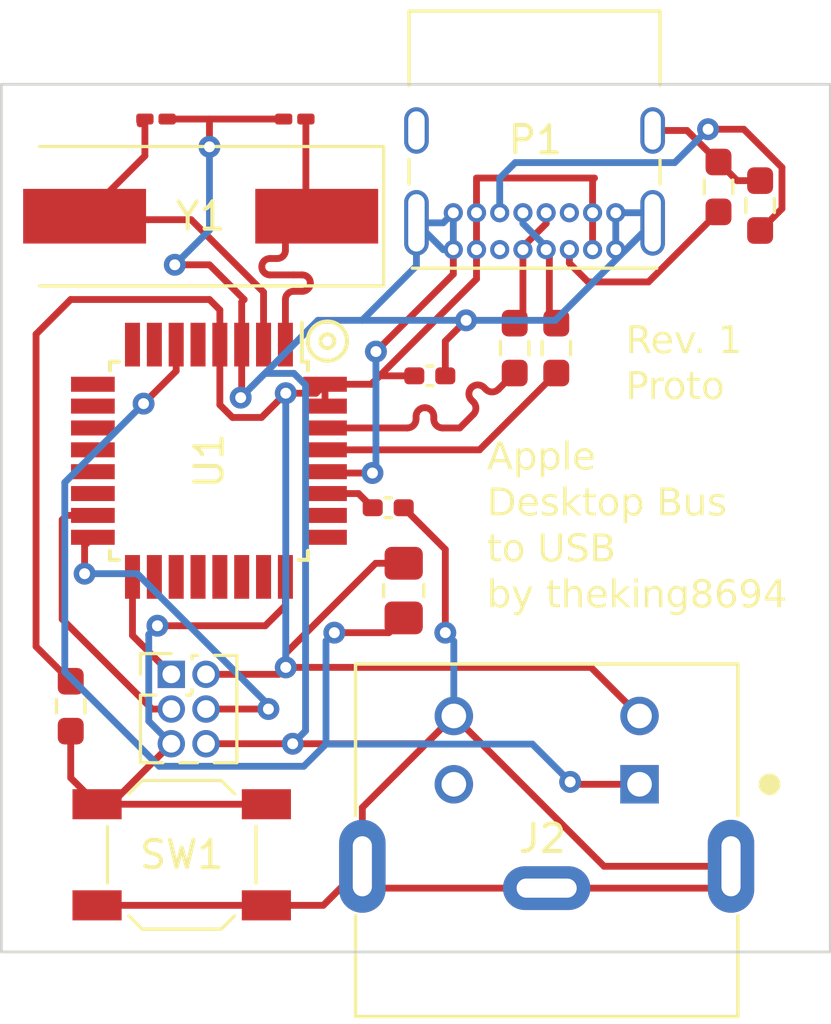
<source format=kicad_pcb>
(kicad_pcb (version 20221018) (generator pcbnew)
  (layers (0 "F.Cu" signal) (31 "B.Cu" signal) (34 "B.Paste" user) (35 "F.Paste" user) (36 "B.SilkS" user "B.Silkscreen") (37 "F.SilkS" user "F.Silkscreen") (38 "B.Mask" user) (39 "F.Mask" user) (44 "Edge.Cuts" user))
  (net 0 "")
  (net 1 "Net-(J1-MISO)")
  (net 2 "+5V")
  (net 3 "Net-(J1-SCK)")
  (net 4 "Net-(J1-MOSI)")
  (net 5 "Net-(J1-~{RST})")
  (net 6 "GND")
  (net 7 "Net-(U1-PD0)")
  (net 9 "Net-(P1-CC1)")
  (net 10 "Net-(P1-D+-PadA6)")
  (net 11 "Net-(P1-D--PadA7)")
  (net 13 "Net-(P1-CC2)")
  (net 15 "Net-(U1-XTAL1)")
  (net 16 "Net-(U1-PC0{slash}XTAL2)")
  (net 34 "Net-(U1-UCAP)")
  (net 35 "Net-(U1-D+)")
  (net 36 "Net-(U1-D-)")
  (footprint "Crystal:Crystal_SMD_HC49-SD" (layer "F.Cu") (at 47.938 37.592 180)
    (fp_text reference "Y1" (at 0 0 180) (layer "F.SilkS"))
    (fp_text value "Crystal")
    (fp_line (start -6.7 -2.55) (end -6.7 2.55) (stroke (width 0.12)) (layer "F.SilkS"))
    (fp_line (start -6.7 2.55) (end 5.9 2.55) (stroke (width 0.12)) (layer "F.SilkS"))
    (fp_line (start 5.9 -2.55) (end -6.7 -2.55) (stroke (width 0.12)) (layer "F.SilkS"))
    (pad "1" smd rect (at -4.25 0 180) (size 4.5 2) (layers "F.Cu" "F.Paste" "F.Mask") (net 15 "Net-(U1-XTAL1)"))
    (pad "2" smd rect (at 4.25 0 180) (size 4.5 2) (layers "F.Cu" "F.Paste" "F.Mask") (net 16 "Net-(U1-PC0{slash}XTAL2)"))
  )
  (footprint "Resistor_SMD:R_0603_1608Metric_Pad0.98x0.95mm_HandSolder" (layer "F.Cu") (at 68.424 37.203 90)
    (fp_text reference "R2" hide)
    (fp_text value "5.1k")
    (fp_line (start -0.254724 -0.5225) (end 0.254724 -0.5225) (stroke (width 0.12)) (layer "F.SilkS"))
    (fp_line (start -0.254724 0.5225) (end 0.254724 0.5225) (stroke (width 0.12)) (layer "F.SilkS"))
    (pad "1" smd roundrect (at -0.9125 0 90) (size 0.975 0.95) (layers "F.Cu" "F.Paste" "F.Mask") (net 13 "Net-(P1-CC2)"))
    (pad "2" smd roundrect (at 0.9125 0 90) (size 0.975 0.95) (layers "F.Cu" "F.Paste" "F.Mask") (net 6 "GND"))
  )
  (footprint "Capacitor_SMD:C_0402_1005Metric_Pad0.74x0.62mm_HandSolder" (layer "F.Cu") (at 54.8045 48.26 180)
    (fp_text reference "C3" hide)
    (fp_text value "1uF")
    (fp_line (start -0.115835 -0.36) (end 0.115835 -0.36) (stroke (width 0.12)) (layer "F.SilkS"))
    (fp_line (start -0.115835 0.36) (end 0.115835 0.36) (stroke (width 0.12)) (layer "F.SilkS"))
    (pad "1" smd roundrect (at -0.5675 0 180) (size 0.735 0.62) (layers "F.Cu" "F.Paste" "F.Mask") (net 6 "GND"))
    (pad "2" smd roundrect (at 0.5675 0 180) (size 0.735 0.62) (layers "F.Cu" "F.Paste" "F.Mask") (net 34 "Net-(U1-UCAP)"))
  )
  (footprint "Connector_PinHeader_1.27mm:PinHeader_2x03_P1.27mm_Vertical" (layer "F.Cu") (at 46.863 54.356)
    (fp_text reference "J1" hide)
    (fp_text value "ISP")
    (fp_line (start -1.13 -0.76) (end 0 -0.76) (stroke (width 0.12)) (layer "F.SilkS"))
    (fp_line (start -1.13 0) (end -1.13 -0.76) (stroke (width 0.12)) (layer "F.SilkS"))
    (fp_line (start -1.13 0.76) (end -1.13 3.235) (stroke (width 0.12)) (layer "F.SilkS"))
    (fp_line (start -1.13 0.76) (end -0.563471 0.76) (stroke (width 0.12)) (layer "F.SilkS"))
    (fp_line (start -1.13 3.235) (end -0.30753 3.235) (stroke (width 0.12)) (layer "F.SilkS"))
    (fp_line (start 0.30753 3.235) (end 0.96247 3.235) (stroke (width 0.12)) (layer "F.SilkS"))
    (fp_line (start 0.563471 0.76) (end 0.706529 0.76) (stroke (width 0.12)) (layer "F.SilkS"))
    (fp_line (start 0.76 -0.695) (end 0.96247 -0.695) (stroke (width 0.12)) (layer "F.SilkS"))
    (fp_line (start 0.76 -0.563471) (end 0.76 -0.695) (stroke (width 0.12)) (layer "F.SilkS"))
    (fp_line (start 0.76 0.706529) (end 0.76 0.563471) (stroke (width 0.12)) (layer "F.SilkS"))
    (fp_line (start 1.57753 -0.695) (end 2.4 -0.695) (stroke (width 0.12)) (layer "F.SilkS"))
    (fp_line (start 1.57753 3.235) (end 2.4 3.235) (stroke (width 0.12)) (layer "F.SilkS"))
    (fp_line (start 2.4 -0.695) (end 2.4 3.235) (stroke (width 0.12)) (layer "F.SilkS"))
    (pad "1" thru_hole rect (at 0 0) (size 1 1) (drill 0.65) (layers "*.Cu" "*.Mask") (net 1 "Net-(J1-MISO)"))
    (pad "2" thru_hole oval (at 1.27 0) (size 1 1) (drill 0.65) (layers "*.Cu" "*.Mask") (net 2 "+5V"))
    (pad "3" thru_hole oval (at 0 1.27) (size 1 1) (drill 0.65) (layers "*.Cu" "*.Mask") (net 3 "Net-(J1-SCK)"))
    (pad "4" thru_hole oval (at 1.27 1.27) (size 1 1) (drill 0.65) (layers "*.Cu" "*.Mask") (net 4 "Net-(J1-MOSI)"))
    (pad "5" thru_hole oval (at 0 2.54) (size 1 1) (drill 0.65) (layers "*.Cu" "*.Mask") (net 5 "Net-(J1-~{RST})"))
    (pad "6" thru_hole oval (at 1.27 2.54) (size 1 1) (drill 0.65) (layers "*.Cu" "*.Mask") (net 6 "GND"))
  )
  (footprint "Resistor_SMD:R_0603_1608Metric_Pad0.98x0.95mm_HandSolder" (layer "F.Cu") (at 59.436 42.418 -90)
    (fp_text reference "R_D-1" hide)
    (fp_text value "22")
    (fp_line (start -0.254724 -0.5225) (end 0.254724 -0.5225) (stroke (width 0.12)) (layer "F.SilkS"))
    (fp_line (start -0.254724 0.5225) (end 0.254724 0.5225) (stroke (width 0.12)) (layer "F.SilkS"))
    (pad "1" smd roundrect (at -0.9125 0 270) (size 0.975 0.95) (layers "F.Cu" "F.Paste" "F.Mask") (net 11 "Net-(P1-D--PadA7)"))
    (pad "2" smd roundrect (at 0.9125 0 270) (size 0.975 0.95) (layers "F.Cu" "F.Paste" "F.Mask") (net 36 "Net-(U1-D-)"))
  )
  (footprint "Resistor_SMD:R_0603_1608Metric_Pad0.98x0.95mm_HandSolder" (layer "F.Cu") (at 66.9 36.521 90)
    (fp_text reference "R1" hide)
    (fp_text value "5.1k" hide)
    (fp_line (start -0.254724 -0.5225) (end 0.254724 -0.5225) (stroke (width 0.12)) (layer "F.SilkS"))
    (fp_line (start -0.254724 0.5225) (end 0.254724 0.5225) (stroke (width 0.12)) (layer "F.SilkS"))
    (pad "1" smd roundrect (at -0.9125 0 90) (size 0.975 0.95) (layers "F.Cu" "F.Paste" "F.Mask") (net 9 "Net-(P1-CC1)"))
    (pad "2" smd roundrect (at 0.9125 0 90) (size 0.975 0.95) (layers "F.Cu" "F.Paste" "F.Mask") (net 6 "GND"))
  )
  (footprint "Button_Switch_SMD:SW_SPST_SKQG_WithStem" (layer "F.Cu") (at 47.244 60.96 180)
    (fp_text reference "SW1" (at 0 0 180) (layer "F.SilkS"))
    (fp_text value "RESET")
    (fp_line (start -2.72 1.04) (end -2.72 -1.04) (stroke (width 0.12)) (layer "F.SilkS"))
    (fp_line (start -1.45 -2.72) (end -1.94 -2.23) (stroke (width 0.12)) (layer "F.SilkS"))
    (fp_line (start -1.45 -2.72) (end 1.45 -2.72) (stroke (width 0.12)) (layer "F.SilkS"))
    (fp_line (start -1.45 2.72) (end -1.94 2.23) (stroke (width 0.12)) (layer "F.SilkS"))
    (fp_line (start -1.45 2.72) (end 1.45 2.72) (stroke (width 0.12)) (layer "F.SilkS"))
    (fp_line (start 1.45 -2.72) (end 1.94 -2.23) (stroke (width 0.12)) (layer "F.SilkS"))
    (fp_line (start 1.45 2.72) (end 1.94 2.23) (stroke (width 0.12)) (layer "F.SilkS"))
    (fp_line (start 2.72 1.04) (end 2.72 -1.04) (stroke (width 0.12)) (layer "F.SilkS"))
    (pad "1" smd rect (at -3.1 -1.85 180) (size 1.8 1.1) (layers "F.Cu" "F.Paste" "F.Mask") (net 6 "GND"))
    (pad "1" smd rect (at 3.1 -1.85 180) (size 1.8 1.1) (layers "F.Cu" "F.Paste" "F.Mask") (net 6 "GND"))
    (pad "2" smd rect (at -3.1 1.85 180) (size 1.8 1.1) (layers "F.Cu" "F.Paste" "F.Mask") (net 5 "Net-(J1-~{RST})"))
    (pad "2" smd rect (at 3.1 1.85 180) (size 1.8 1.1) (layers "F.Cu" "F.Paste" "F.Mask") (net 5 "Net-(J1-~{RST})"))
  )
  (footprint "Package_QFP:TQFP-32_7x7mm_P0.8mm" (layer "F.Cu") (at 48.241 46.541 -90)
    (fp_text reference "U1" (at 0 -0.006 90) (layer "F.SilkS"))
    (fp_text value "ATmega32U2-A")
    (fp_line (start -3.625 -3.625) (end -3.625 -3.4) (stroke (width 0.15)) (layer "F.SilkS"))
    (fp_line (start -3.625 -3.625) (end -3.3 -3.625) (stroke (width 0.15)) (layer "F.SilkS"))
    (fp_line (start -3.625 -3.4) (end -5.05 -3.4) (stroke (width 0.15)) (layer "F.SilkS"))
    (fp_line (start -3.625 3.625) (end -3.625 3.3) (stroke (width 0.15)) (layer "F.SilkS"))
    (fp_line (start -3.625 3.625) (end -3.3 3.625) (stroke (width 0.15)) (layer "F.SilkS"))
    (fp_line (start 3.625 -3.625) (end 3.3 -3.625) (stroke (width 0.15)) (layer "F.SilkS"))
    (fp_line (start 3.625 -3.625) (end 3.625 -3.3) (stroke (width 0.15)) (layer "F.SilkS"))
    (fp_line (start 3.625 3.625) (end 3.3 3.625) (stroke (width 0.15)) (layer "F.SilkS"))
    (fp_line (start 3.625 3.625) (end 3.625 3.3) (stroke (width 0.15)) (layer "F.SilkS"))
    (pad "1" smd rect (at -4.25 -2.8 270) (size 1.6 0.55) (layers "F.Cu" "F.Paste" "F.Mask") (net 15 "Net-(U1-XTAL1)"))
    (pad "2" smd rect (at -4.25 -2 270) (size 1.6 0.55) (layers "F.Cu" "F.Paste" "F.Mask") (net 16 "Net-(U1-PC0{slash}XTAL2)"))
    (pad "3" smd rect (at -4.25 -1.2 270) (size 1.6 0.55) (layers "F.Cu" "F.Paste" "F.Mask") (net 6 "GND"))
    (pad "4" smd rect (at -4.25 -0.4 270) (size 1.6 0.55) (layers "F.Cu" "F.Paste" "F.Mask") (net 2 "+5V"))
    (pad "5" smd rect (at -4.25 0.4 270) (size 1.6 0.55) (layers "F.Cu" "F.Paste" "F.Mask"))
    (pad "6" smd rect (at -4.25 1.2 270) (size 1.6 0.55) (layers "F.Cu" "F.Paste" "F.Mask") (net 7 "Net-(U1-PD0)"))
    (pad "7" smd rect (at -4.25 2 270) (size 1.6 0.55) (layers "F.Cu" "F.Paste" "F.Mask"))
    (pad "8" smd rect (at -4.25 2.8 270) (size 1.6 0.55) (layers "F.Cu" "F.Paste" "F.Mask"))
    (pad "9" smd rect (at -2.8 4.25) (size 1.6 0.55) (layers "F.Cu" "F.Paste" "F.Mask"))
    (pad "10" smd rect (at -2 4.25) (size 1.6 0.55) (layers "F.Cu" "F.Paste" "F.Mask"))
    (pad "11" smd rect (at -1.2 4.25) (size 1.6 0.55) (layers "F.Cu" "F.Paste" "F.Mask"))
    (pad "12" smd rect (at -0.4 4.25) (size 1.6 0.55) (layers "F.Cu" "F.Paste" "F.Mask"))
    (pad "13" smd rect (at 0.4 4.25) (size 1.6 0.55) (layers "F.Cu" "F.Paste" "F.Mask"))
    (pad "14" smd rect (at 1.2 4.25) (size 1.6 0.55) (layers "F.Cu" "F.Paste" "F.Mask"))
    (pad "15" smd rect (at 2 4.25) (size 1.6 0.55) (layers "F.Cu" "F.Paste" "F.Mask") (net 3 "Net-(J1-SCK)"))
    (pad "16" smd rect (at 2.8 4.25) (size 1.6 0.55) (layers "F.Cu" "F.Paste" "F.Mask") (net 4 "Net-(J1-MOSI)"))
    (pad "17" smd rect (at 4.25 2.8 270) (size 1.6 0.55) (layers "F.Cu" "F.Paste" "F.Mask") (net 1 "Net-(J1-MISO)"))
    (pad "18" smd rect (at 4.25 2 270) (size 1.6 0.55) (layers "F.Cu" "F.Paste" "F.Mask"))
    (pad "19" smd rect (at 4.25 1.2 270) (size 1.6 0.55) (layers "F.Cu" "F.Paste" "F.Mask"))
    (pad "20" smd rect (at 4.25 0.4 270) (size 1.6 0.55) (layers "F.Cu" "F.Paste" "F.Mask"))
    (pad "21" smd rect (at 4.25 -0.4 270) (size 1.6 0.55) (layers "F.Cu" "F.Paste" "F.Mask"))
    (pad "22" smd rect (at 4.25 -1.2 270) (size 1.6 0.55) (layers "F.Cu" "F.Paste" "F.Mask"))
    (pad "23" smd rect (at 4.25 -2 270) (size 1.6 0.55) (layers "F.Cu" "F.Paste" "F.Mask"))
    (pad "24" smd rect (at 4.25 -2.8 270) (size 1.6 0.55) (layers "F.Cu" "F.Paste" "F.Mask") (net 5 "Net-(J1-~{RST})"))
    (pad "25" smd rect (at 2.8 -4.25) (size 1.6 0.55) (layers "F.Cu" "F.Paste" "F.Mask"))
    (pad "26" smd rect (at 2 -4.25) (size 1.6 0.55) (layers "F.Cu" "F.Paste" "F.Mask"))
    (pad "27" smd rect (at 1.2 -4.25) (size 1.6 0.55) (layers "F.Cu" "F.Paste" "F.Mask") (net 34 "Net-(U1-UCAP)"))
    (pad "28" smd rect (at 0.4 -4.25) (size 1.6 0.55) (layers "F.Cu" "F.Paste" "F.Mask") (net 6 "GND"))
    (pad "29" smd rect (at -0.4 -4.25) (size 1.6 0.55) (layers "F.Cu" "F.Paste" "F.Mask") (net 35 "Net-(U1-D+)"))
    (pad "30" smd rect (at -1.2 -4.25) (size 1.6 0.55) (layers "F.Cu" "F.Paste" "F.Mask") (net 36 "Net-(U1-D-)"))
    (pad "31" smd rect (at -2 -4.25) (size 1.6 0.55) (layers "F.Cu" "F.Paste" "F.Mask") (net 2 "+5V"))
    (pad "32" smd rect (at -2.8 -4.25) (size 1.6 0.55) (layers "F.Cu" "F.Paste" "F.Mask") (net 2 "+5V"))
  )
  (footprint "Connector_USB:USB_C_Receptacle_GCT_USB4085" (layer "F.Cu") (at 63.139 38.815 180)
    (fp_text reference "P1" (at 2.941 4.017) (layer "F.SilkS"))
    (fp_text value "USB C Receptacle 3.0" hide)
    (fp_line (start -1.62 2.4) (end -1.62 3.3) (stroke (width 0.12)) (layer "F.SilkS"))
    (fp_line (start -1.62 6) (end -1.62 8.73) (stroke (width 0.12)) (layer "F.SilkS"))
    (fp_line (start -1.62 8.73) (end 7.57 8.73) (stroke (width 0.12)) (layer "F.SilkS"))
    (fp_line (start -1.5 -0.68) (end 7.45 -0.68) (stroke (width 0.12)) (layer "F.SilkS"))
    (fp_line (start 7.57 2.4) (end 7.57 3.3) (stroke (width 0.12)) (layer "F.SilkS"))
    (fp_line (start 7.57 6) (end 7.57 8.73) (stroke (width 0.12)) (layer "F.SilkS"))
    (pad "A1" thru_hole circle (at 0 0 180) (size 0.7 0.7) (drill 0.4) (layers "*.Cu" "*.Mask") (net 6 "GND"))
    (pad "A4" thru_hole circle (at 0.85 0 180) (size 0.7 0.7) (drill 0.4) (layers "*.Cu" "*.Mask") (net 2 "+5V"))
    (pad "A5" thru_hole circle (at 1.7 0 180) (size 0.7 0.7) (drill 0.4) (layers "*.Cu" "*.Mask") (net 9 "Net-(P1-CC1)"))
    (pad "A6" thru_hole circle (at 2.55 0 180) (size 0.7 0.7) (drill 0.4) (layers "*.Cu" "*.Mask") (net 10 "Net-(P1-D+-PadA6)"))
    (pad "A7" thru_hole circle (at 3.4 0 180) (size 0.7 0.7) (drill 0.4) (layers "*.Cu" "*.Mask") (net 11 "Net-(P1-D--PadA7)"))
    (pad "A8" thru_hole circle (at 4.25 0 180) (size 0.7 0.7) (drill 0.4) (layers "*.Cu" "*.Mask"))
    (pad "A9" thru_hole circle (at 5.1 0 180) (size 0.7 0.7) (drill 0.4) (layers "*.Cu" "*.Mask") (net 2 "+5V"))
    (pad "A12" thru_hole circle (at 5.95 0 180) (size 0.7 0.7) (drill 0.4) (layers "*.Cu" "*.Mask") (net 6 "GND"))
    (pad "B1" thru_hole circle (at 5.95 1.35 180) (size 0.7 0.7) (drill 0.4) (layers "*.Cu" "*.Mask") (net 6 "GND"))
    (pad "B4" thru_hole circle (at 5.1 1.35 180) (size 0.7 0.7) (drill 0.4) (layers "*.Cu" "*.Mask") (net 2 "+5V"))
    (pad "B5" thru_hole circle (at 4.25 1.35 180) (size 0.7 0.7) (drill 0.4) (layers "*.Cu" "*.Mask") (net 13 "Net-(P1-CC2)"))
    (pad "B6" thru_hole circle (at 3.4 1.35 180) (size 0.7 0.7) (drill 0.4) (layers "*.Cu" "*.Mask") (net 10 "Net-(P1-D+-PadA6)"))
    (pad "B7" thru_hole circle (at 2.55 1.35 180) (size 0.7 0.7) (drill 0.4) (layers "*.Cu" "*.Mask") (net 11 "Net-(P1-D--PadA7)"))
    (pad "B8" thru_hole circle (at 1.7 1.35 180) (size 0.7 0.7) (drill 0.4) (layers "*.Cu" "*.Mask"))
    (pad "B9" thru_hole circle (at 0.85 1.35 180) (size 0.7 0.7) (drill 0.4) (layers "*.Cu" "*.Mask") (net 2 "+5V"))
    (pad "B12" thru_hole circle (at 0 1.35 180) (size 0.7 0.7) (drill 0.4) (layers "*.Cu" "*.Mask") (net 6 "GND"))
    (pad "S1" thru_hole oval (at -1.35 0.98 180) (size 0.9 2.4) (drill oval 0.6 2.1) (layers "*.Cu" "*.Mask") (net 6 "GND"))
    (pad "S1" thru_hole oval (at -1.35 4.36 180) (size 0.9 1.7) (drill oval 0.6 1.4) (layers "*.Cu" "*.Mask") (net 6 "GND"))
    (pad "S1" thru_hole oval (at 7.3 0.98 180) (size 0.9 2.4) (drill oval 0.6 2.1) (layers "*.Cu" "*.Mask") (net 6 "GND"))
    (pad "S1" thru_hole oval (at 7.3 4.36 180) (size 0.9 1.7) (drill oval 0.6 1.4) (layers "*.Cu" "*.Mask") (net 6 "GND"))
  )
  (footprint "Resistor_SMD:R_0805_2012Metric_Pad1.20x1.40mm_HandSolder" (layer "F.Cu") (at 55.372 51.292 90)
    (fp_text reference "R_ADB1" hide)
    (fp_text value "1k")
    (fp_line (start -0.227064 -0.735) (end 0.227064 -0.735) (stroke (width 0.12)) (layer "F.SilkS"))
    (fp_line (start -0.227064 0.735) (end 0.227064 0.735) (stroke (width 0.12)) (layer "F.SilkS"))
    (pad "1" smd roundrect (at -1 0 90) (size 1.2 1.4) (layers "F.Cu" "F.Paste" "F.Mask") (roundrect_rratio 0.2083333333) (net 7 "Net-(U1-PD0)"))
    (pad "2" smd roundrect (at 1 0 90) (size 1.2 1.4) (layers "F.Cu" "F.Paste" "F.Mask") (roundrect_rratio 0.2083333333) (net 2 "+5V"))
  )
  (footprint "adbconverter:CUI_MD-40SMK" (layer "F.Cu") (at 60.608 60.43 180)
    (fp_text reference "J2" (at 0.156 0.066) (layer "F.SilkS") (effects (font (size 1.00085 1.00085))))
    (fp_text value "DIN-4")
    (fp_line (start -7 -6.45) (end -7 -2.76) (stroke (width 0.127)) (layer "F.SilkS"))
    (fp_line (start -7 -6.45) (end 7 -6.45) (stroke (width 0.127)) (layer "F.SilkS"))
    (fp_line (start -7 6.45) (end -7 0.9) (stroke (width 0.127)) (layer "F.SilkS"))
    (fp_line (start 7 -6.45) (end 7 -2.76) (stroke (width 0.127)) (layer "F.SilkS"))
    (fp_line (start 7 6.45) (end -7 6.45) (stroke (width 0.127)) (layer "F.SilkS"))
    (fp_line (start 7 6.45) (end 7 0.9) (stroke (width 0.127)) (layer "F.SilkS"))
    (fp_circle (center -8.16 2.05) (end -7.96 2.05) (stroke (width 0.4)) (fill none) (layer "F.SilkS"))
    (pad "1" thru_hole rect (at -3.4 2.05 180) (size 1.408 1.408) (drill 0.9) (layers "*.Cu" "*.Mask") (net 7 "Net-(U1-PD0)"))
    (pad "2" thru_hole circle (at 3.4 2.05 180) (size 1.408 1.408) (drill 0.9) (layers "*.Cu" "*.Mask"))
    (pad "3" thru_hole circle (at -3.4 4.55 180) (size 1.408 1.408) (drill 0.9) (layers "*.Cu" "*.Mask") (net 2 "+5V"))
    (pad "4" thru_hole circle (at 3.4 4.55 180) (size 1.408 1.408) (drill 0.9) (layers "*.Cu" "*.Mask") (net 6 "GND"))
    (pad "S1" thru_hole oval (at -6.75 -0.95 180) (size 1.7 3.4) (drill oval 0.7 2.2) (layers "*.Cu" "*.Mask") (net 6 "GND"))
    (pad "S2" thru_hole oval (at 0 -1.75 180) (size 3.2 1.6) (drill oval 2.2 0.7) (layers "*.Cu" "*.Mask") (net 6 "GND"))
    (pad "S3" thru_hole oval (at 6.75 -0.95 180) (size 1.7 3.4) (drill oval 0.7 2.2) (layers "*.Cu" "*.Mask") (net 6 "GND"))
  )
  (footprint "Capacitor_SMD:C_0201_0603Metric_Pad0.64x0.40mm_HandSolder" (layer "F.Cu") (at 46.3035 34.036)
    (fp_text reference "C2" hide)
    (fp_text value "20pF")
    (pad "1" smd roundrect (at -0.4075 0) (size 0.635 0.4) (layers "F.Cu" "F.Mask") (net 16 "Net-(U1-PC0{slash}XTAL2)"))
    (pad "2" smd roundrect (at 0.4075 0) (size 0.635 0.4) (layers "F.Cu" "F.Mask") (net 6 "GND"))
  )
  (footprint "Capacitor_SMD:C_0402_1005Metric_Pad0.74x0.62mm_HandSolder" (layer "F.Cu") (at 56.3285 43.434 180)
    (fp_text reference "C4" hide)
    (fp_text value "1uF")
    (fp_line (start -0.115835 -0.36) (end 0.115835 -0.36) (stroke (width 0.12)) (layer "F.SilkS"))
    (fp_line (start -0.115835 0.36) (end 0.115835 0.36) (stroke (width 0.12)) (layer "F.SilkS"))
    (pad "1" smd roundrect (at -0.5675 0 180) (size 0.735 0.62) (layers "F.Cu" "F.Paste" "F.Mask") (net 6 "GND"))
    (pad "2" smd roundrect (at 0.5675 0 180) (size 0.735 0.62) (layers "F.Cu" "F.Paste" "F.Mask") (net 2 "+5V"))
  )
  (footprint "Capacitor_SMD:C_0201_0603Metric_Pad0.64x0.40mm_HandSolder" (layer "F.Cu") (at 51.3835 34.036 180)
    (fp_text reference "C1" hide)
    (fp_text value "20pF" hide)
    (pad "1" smd roundrect (at -0.4075 0 180) (size 0.635 0.4) (layers "F.Cu" "F.Mask") (net 15 "Net-(U1-XTAL1)"))
    (pad "2" smd roundrect (at 0.4075 0 180) (size 0.635 0.4) (layers "F.Cu" "F.Mask") (net 6 "GND"))
  )
  (footprint "Resistor_SMD:R_0603_1608Metric_Pad0.98x0.95mm_HandSolder" (layer "F.Cu") (at 60.96 42.418 -90)
    (fp_text reference "R_D+1" hide)
    (fp_text value "22")
    (fp_line (start -0.254724 -0.5225) (end 0.254724 -0.5225) (stroke (width 0.12)) (layer "F.SilkS"))
    (fp_line (start -0.254724 0.5225) (end 0.254724 0.5225) (stroke (width 0.12)) (layer "F.SilkS"))
    (pad "1" smd roundrect (at -0.9125 0 270) (size 0.975 0.95) (layers "F.Cu" "F.Paste" "F.Mask") (net 10 "Net-(P1-D+-PadA6)"))
    (pad "2" smd roundrect (at 0.9125 0 270) (size 0.975 0.95) (layers "F.Cu" "F.Paste" "F.Mask") (net 35 "Net-(U1-D+)"))
  )
  (footprint "Resistor_SMD:R_0603_1608Metric_Pad0.98x0.95mm_HandSolder" (layer "F.Cu") (at 43.18 55.5225 90)
    (fp_text reference "R3" hide)
    (fp_text value "10k")
    (fp_line (start -0.254724 -0.5225) (end 0.254724 -0.5225) (stroke (width 0.12)) (layer "F.SilkS"))
    (fp_line (start -0.254724 0.5225) (end 0.254724 0.5225) (stroke (width 0.12)) (layer "F.SilkS"))
    (pad "1" smd roundrect (at -0.9125 0 90) (size 0.975 0.95) (layers "F.Cu" "F.Paste" "F.Mask") (net 5 "Net-(J1-~{RST})"))
    (pad "2" smd roundrect (at 0.9125 0 90) (size 0.975 0.95) (layers "F.Cu" "F.Paste" "F.Mask") (net 2 "+5V"))
  )
  (gr_circle (center 52.578 42.164) (end 53.086 41.656) (stroke (width 0.15)) (fill none) (layer "F.SilkS"))
  (gr_circle (center 52.578 42.164) (end 52.578 41.91) (stroke (width 0.15)) (fill none) (layer "F.SilkS"))
  (gr_rect (start 40.64 32.766) (end 70.993 64.516) (stroke (width 0.1)) (fill none) (layer "Edge.Cuts"))
  (gr_text "Apple\nDesktop Bus\nto USB\nby theking8694" (at 58.42 52.07) (layer "F.SilkS") (effects (font (size 1 1) (thickness 0.2)) (justify left bottom)))
  (gr_text "Rev. 1\nProto\n" (at 63.5 44.45) (layer "F.SilkS") (effects (font (size 1 1)) (justify left bottom)))
  (segment (start 51.019 56.336471) (end 50.883735 56.471736) (width 0) (layer "B.Cu") (net 0))
  (segment (start 51.019 55.377471) (end 51.019 56.336471) (width 0) (layer "B.Cu") (net 0))
  (segment (start 49.403 53.761471) (end 51.019 55.377471) (width 0) (layer "B.Cu") (net 0))
  (segment (start 49.403 44.831) (end 49.403 53.761471) (width 0) (layer "B.Cu") (net 0))
  (segment (start 46.863 54.356) (end 45.441 52.934) (width 0.25) (layer "F.Cu") (net 1))
  (segment (start 45.441 52.934) (end 45.441 50.791) (width 0.25) (layer "F.Cu") (net 1))
  (segment (start 50.1665 44.9565) (end 51.054 44.069) (width 0.25) (layer "F.Cu") (net 2))
  (segment (start 58.039 36.195) (end 62.357 36.195) (width 0.25) (layer "F.Cu") (net 2))
  (segment (start 48.133 54.356) (end 50.8 54.356) (width 0.25) (layer "F.Cu") (net 2))
  (segment (start 62.23 54.102) (end 51.054 54.102) (width 0.25) (layer "F.Cu") (net 2))
  (segment (start 58.039 37.465) (end 58.039 36.195) (width 0.25) (layer "F.Cu") (net 2))
  (segment (start 48.641 42.291) (end 48.641 41.021) (width 0.25) (layer "F.Cu") (net 2))
  (segment (start 62.289 36.263) (end 62.289 37.465) (width 0.25) (layer "F.Cu") (net 2))
  (segment (start 62.357 36.195) (end 62.289 36.263) (width 0.25) (layer "F.Cu") (net 2))
  (segment (start 55.761 43.434) (end 54.492305 43.434) (width 0.25) (layer "F.Cu") (net 2))
  (segment (start 54.492305 43.434) (end 54.185305 43.741) (width 0.25) (layer "F.Cu") (net 2))
  (segment (start 58.039 38.815) (end 58.039 37.465) (width 0.25) (layer "F.Cu") (net 2))
  (segment (start 55.372 50.292) (end 54.346695 50.292) (width 0.25) (layer "F.Cu") (net 2))
  (segment (start 52.163 44.069) (end 52.491 43.741) (width 0.25) (layer "F.Cu") (net 2))
  (segment (start 64.008 55.88) (end 62.23 54.102) (width 0.25) (layer "F.Cu") (net 2))
  (segment (start 54.185305 43.741) (end 52.491 43.741) (width 0.25) (layer "F.Cu") (net 2))
  (segment (start 48.641 41.021) (end 48.26 40.64) (width 0.25) (layer "F.Cu") (net 2))
  (segment (start 41.91 53.34) (end 43.18 54.61) (width 0.25) (layer "F.Cu") (net 2))
  (segment (start 41.91 41.91) (end 41.91 53.34) (width 0.25) (layer "F.Cu") (net 2))
  (segment (start 49.102695 44.9565) (end 50.1665 44.9565) (width 0.25) (layer "F.Cu") (net 2))
  (segment (start 58.039 39.887305) (end 54.185305 43.741) (width 0.25) (layer "F.Cu") (net 2))
  (segment (start 48.641 44.494805) (end 49.102695 44.9565) (width 0.25) (layer "F.Cu") (net 2))
  (segment (start 51.054 53.584695) (end 51.054 54.102) (width 0.25) (layer "F.Cu") (net 2))
  (segment (start 54.346695 50.292) (end 51.054 53.584695) (width 0.25) (layer "F.Cu") (net 2))
  (segment (start 58.039 38.815) (end 58.039 39.887305) (width 0.25) (layer "F.Cu") (net 2))
  (segment (start 52.491 43.741) (end 52.491 44.541) (width 0.25) (layer "F.Cu") (net 2))
  (segment (start 51.054 44.069) (end 52.163 44.069) (width 0.25) (layer "F.Cu") (net 2))
  (segment (start 48.26 40.64) (end 43.18 40.64) (width 0.25) (layer "F.Cu") (net 2))
  (segment (start 43.18 40.64) (end 41.91 41.91) (width 0.25) (layer "F.Cu") (net 2))
  (segment (start 48.641 42.291) (end 48.641 44.494805) (width 0.25) (layer "F.Cu") (net 2))
  (segment (start 50.8 54.356) (end 51.054 54.102) (width 0.25) (layer "F.Cu") (net 2))
  (segment (start 62.289 37.465) (end 62.289 38.815) (width 0.25) (layer "F.Cu") (net 2))
  (via (at 51.054 44.069) (size 0.8) (drill 0.4) (layers "F.Cu" "B.Cu") (net 2))
  (via (at 51.054 54.102) (size 0.8) (drill 0.4) (layers "F.Cu" "B.Cu") (net 2))
  (segment (start 51.054 54.102) (end 51.054 44.069) (width 0.25) (layer "B.Cu") (net 2))
  (segment (start 43.026 48.541) (end 43.991 48.541) (width 0.25) (layer "F.Cu") (net 3))
  (segment (start 46.155894 55.626) (end 42.866 52.336106) (width 0.25) (layer "F.Cu") (net 3))
  (segment (start 46.863 55.626) (end 46.155894 55.626) (width 0.25) (layer "F.Cu") (net 3))
  (segment (start 42.866 52.336106) (end 42.866 48.701) (width 0.25) (layer "F.Cu") (net 3))
  (segment (start 42.866 48.701) (end 43.026 48.541) (width 0.25) (layer "F.Cu") (net 3))
  (segment (start 43.688 50.673) (end 43.688 49.644) (width 0.25) (layer "F.Cu") (net 4))
  (segment (start 48.133 55.626) (end 50.419 55.626) (width 0.25) (layer "F.Cu") (net 4))
  (segment (start 43.688 49.644) (end 43.991 49.341) (width 0.25) (layer "F.Cu") (net 4))
  (via (at 50.419 55.626) (size 0.8) (drill 0.4) (layers "F.Cu" "B.Cu") (net 4))
  (via (at 43.688 50.673) (size 0.8) (drill 0.4) (layers "F.Cu" "B.Cu") (net 4))
  (segment (start 50.419 55.626) (end 50.419 55.475273) (width 0.25) (layer "B.Cu") (net 4))
  (segment (start 45.616727 50.673) (end 43.688 50.673) (width 0.25) (layer "B.Cu") (net 4))
  (segment (start 50.419 55.475273) (end 45.616727 50.673) (width 0.25) (layer "B.Cu") (net 4))
  (segment (start 44.144 59.11) (end 44.649 59.11) (width 0.25) (layer "F.Cu") (net 5))
  (segment (start 43.18 56.435) (end 43.18 58.146) (width 0.25) (layer "F.Cu") (net 5))
  (segment (start 44.649 59.11) (end 46.863 56.896) (width 0.25) (layer "F.Cu") (net 5))
  (segment (start 50.344 59.11) (end 44.144 59.11) (width 0.25) (layer "F.Cu") (net 5))
  (segment (start 43.18 58.146) (end 44.144 59.11) (width 0.25) (layer "F.Cu") (net 5))
  (segment (start 51.041 51.841) (end 50.304 52.578) (width 0.25) (layer "F.Cu") (net 5))
  (segment (start 51.041 50.791) (end 51.041 51.841) (width 0.25) (layer "F.Cu") (net 5))
  (segment (start 50.304 52.578) (end 46.355 52.578) (width 0.25) (layer "F.Cu") (net 5))
  (via (at 46.355 52.578) (size 0.8) (drill 0.4) (layers "F.Cu" "B.Cu") (net 5))
  (segment (start 46.355 52.578) (end 46.038 52.895) (width 0.25) (layer "B.Cu") (net 5))
  (segment (start 46.038 56.071) (end 46.863 56.896) (width 0.25) (layer "B.Cu") (net 5))
  (segment (start 46.038 52.895) (end 46.038 56.071) (width 0.25) (layer "B.Cu") (net 5))
  (segment (start 55.372 48.26) (end 56.896 49.784) (width 0.25) (layer "F.Cu") (net 6))
  (segment (start 56.192 56.896) (end 51.308 56.896) (width 0.25) (layer "F.Cu") (net 6))
  (segment (start 57.189 39.712) (end 54.356 42.545) (width 0.25) (layer "F.Cu") (net 6))
  (segment (start 62.708 61.38) (end 57.208 55.88) (width 0.25) (layer "F.Cu") (net 6))
  (segment (start 66.558 62.18) (end 67.358 61.38) (width 0.25) (layer "F.Cu") (net 6))
  (segment (start 68.424 36.2905) (end 67.582 36.2905) (width 0.25) (layer "F.Cu") (net 6))
  (segment (start 49.441 44.1935) (end 49.403 44.2315) (width 0.25) (layer "F.Cu") (net 6))
  (segment (start 54.658 62.18) (end 53.858 61.38) (width 0.25) (layer "F.Cu") (net 6))
  (segment (start 48.26 34.036) (end 50.976 34.036) (width 0.25) (layer "F.Cu") (net 6))
  (segment (start 53.858 59.23) (end 57.208 55.88) (width 0.25) (layer "F.Cu") (net 6))
  (segment (start 52.428 62.81) (end 53.858 61.38) (width 0.25) (layer "F.Cu") (net 6))
  (segment (start 52.54 46.99) (end 52.491 46.941) (width 0.25) (layer "F.Cu") (net 6))
  (segment (start 49.53 40.64) (end 49.441 40.729) (width 0.25) (layer "F.Cu") (net 6))
  (segment (start 53.858 61.38) (end 53.858 59.23) (width 0.25) (layer "F.Cu") (net 6))
  (segment (start 46.99 39.37) (end 48.26 39.37) (width 0.25) (layer "F.Cu") (net 6))
  (segment (start 60.608 62.18) (end 54.658 62.18) (width 0.25) (layer "F.Cu") (net 6))
  (segment (start 56.896 49.784) (end 56.896 52.832) (width 0.25) (layer "F.Cu") (net 6))
  (segment (start 67.582 36.2905) (end 66.9 35.6085) (width 0.25) (layer "F.Cu") (net 6))
  (segment (start 46.711 34.036) (end 48.26 34.036) (width 0.25) (layer "F.Cu") (net 6))
  (segment (start 56.896 42.164) (end 57.658 41.402) (width 0.25) (layer "F.Cu") (net 6))
  (segment (start 60.608 62.18) (end 66.558 62.18) (width 0.25) (layer "F.Cu") (net 6))
  (segment (start 66.9 35.6085) (end 65.7465 34.455) (width 0.25) (layer "F.Cu") (net 6))
  (segment (start 67.358 61.38) (end 62.708 61.38) (width 0.25) (layer "F.Cu") (net 6))
  (segment (start 57.189 38.815) (end 57.189 39.712) (width 0.25) (layer "F.Cu") (net 6))
  (segment (start 49.441 42.291) (end 49.441 44.1935) (width 0.25) (layer "F.Cu") (net 6))
  (segment (start 49.441 40.729) (end 49.441 42.291) (width 0.25) (layer "F.Cu") (net 6))
  (segment (start 50.344 62.81) (end 52.428 62.81) (width 0.25) (layer "F.Cu") (net 6))
  (segment (start 48.26 35.052) (end 48.26 34.036) (width 0.25) (layer "F.Cu") (net 6))
  (segment (start 57.208 55.88) (end 56.192 56.896) (width 0.25) (layer "F.Cu") (net 6))
  (segment (start 65.7465 34.455) (end 64.489 34.455) (width 0.25) (layer "F.Cu") (net 6))
  (segment (start 44.144 62.81) (end 50.344 62.81) (width 0.25) (layer "F.Cu") (net 6))
  (segment (start 54.229 46.99) (end 52.54 46.99) (width 0.25) (layer "F.Cu") (net 6))
  (segment (start 48.133 56.896) (end 51.308 56.896) (width 0.25) (layer "F.Cu") (net 6))
  (segment (start 48.26 39.37) (end 49.53 40.64) (width 0.25) (layer "F.Cu") (net 6))
  (segment (start 56.896 43.434) (end 56.896 42.164) (width 0.25) (layer "F.Cu") (net 6))
  (via (at 48.26 35.052) (size 0.8) (drill 0.4) (layers "F.Cu" "B.Cu") (net 6))
  (via (at 51.308 56.896) (size 0.8) (drill 0.4) (layers "F.Cu" "B.Cu") (net 6))
  (via (at 56.896 52.832) (size 0.8) (drill 0.4) (layers "F.Cu" "B.Cu") (net 6))
  (via (at 57.658 41.402) (size 0.8) (drill 0.4) (layers "F.Cu" "B.Cu") (net 6))
  (via (at 46.99 39.37) (size 0.8) (drill 0.4) (layers "F.Cu" "B.Cu") (net 6))
  (via (at 54.229 46.99) (size 0.8) (drill 0.4) (layers "F.Cu" "B.Cu") (net 6))
  (via (at 49.403 44.2315) (size 0.8) (drill 0.4) (layers "F.Cu" "B.Cu") (net 6))
  (via (at 54.356 42.545) (size 0.8) (drill 0.4) (layers "F.Cu" "B.Cu") (net 6))
  (segment (start 56.896 52.832) (end 57.208 53.144) (width 0.25) (layer "B.Cu") (net 6))
  (segment (start 57.658 41.402) (end 53.848 41.402) (width 0.25) (layer "B.Cu") (net 6))
  (segment (start 51.354305 43.344) (end 51.779 43.768695) (width 0.25) (layer "B.Cu") (net 6))
  (segment (start 55.839 39.411) (end 53.848 41.402) (width 0.25) (layer "B.Cu") (net 6))
  (segment (start 57.189 38.815) (end 56.819 38.815) (width 0.25) (layer "B.Cu") (net 6))
  (segment (start 60.922 41.402) (end 57.658 41.402) (width 0.25) (layer "B.Cu") (net 6))
  (segment (start 54.356 46.863) (end 54.229 46.99) (width 0.25) (layer "B.Cu") (net 6))
  (segment (start 56.819 37.835) (end 57.189 37.465) (width 0.25) (layer "B.Cu") (net 6))
  (segment (start 46.99 39.37) (end 48.26 38.1) (width 0.25) (layer "B.Cu") (net 6))
  (segment (start 55.839 37.835) (end 55.839 39.411) (width 0.25) (layer "B.Cu") (net 6))
  (segment (start 63.139 38.815) (end 63.509 38.815) (width 0.25) (layer "B.Cu") (net 6))
  (segment (start 63.139 37.465) (end 64.119 37.465) (width 0.25) (layer "B.Cu") (net 6))
  (segment (start 64.489 37.835) (end 60.922 41.402) (width 0.25) (layer "B.Cu") (net 6))
  (segment (start 56.819 38.815) (end 55.839 37.835) (width 0.25) (layer "B.Cu") (net 6))
  (segment (start 52.2325 41.402) (end 49.403 44.2315) (width 0.25) (layer "B.Cu") (net 6))
  (segment (start 57.208 53.144) (end 57.208 55.88) (width 0.25) (layer "B.Cu") (net 6))
  (segment (start 63.509 38.815) (end 64.489 37.835) (width 0.25) (layer "B.Cu") (net 6))
  (segment (start 48.26 38.1) (end 48.26 35.052) (width 0.25) (layer "B.Cu") (net 6))
  (segment (start 51.779 43.768695) (end 51.779 56.425) (width 0.25) (layer "B.Cu") (net 6))
  (segment (start 57.189 38.815) (end 57.189 37.465) (width 0.25) (layer "B.Cu") (net 6))
  (segment (start 49.403 44.2315) (end 50.2905 43.344) (width 0.25) (layer "B.Cu") (net 6))
  (segment (start 64.119 37.465) (end 64.489 37.835) (width 0.25) (layer "B.Cu") (net 6))
  (segment (start 53.848 41.402) (end 52.2325 41.402) (width 0.25) (layer "B.Cu") (net 6))
  (segment (start 54.356 42.545) (end 54.356 46.863) (width 0.25) (layer "B.Cu") (net 6))
  (segment (start 63.139 38.815) (end 63.139 37.465) (width 0.25) (layer "B.Cu") (net 6))
  (segment (start 55.839 37.835) (end 56.819 37.835) (width 0.25) (layer "B.Cu") (net 6))
  (segment (start 51.779 56.425) (end 51.308 56.896) (width 0.25) (layer "B.Cu") (net 6))
  (segment (start 50.2905 43.344) (end 51.354305 43.344) (width 0.25) (layer "B.Cu") (net 6))
  (segment (start 45.847 44.45) (end 47.041 43.256) (width 0.25) (layer "F.Cu") (net 7))
  (segment (start 55.372 52.292) (end 54.832 52.832) (width 0.25) (layer "F.Cu") (net 7))
  (segment (start 47.041 43.256) (end 47.041 42.291) (width 0.25) (layer "F.Cu") (net 7))
  (segment (start 61.555 58.38) (end 61.468 58.293) (width 0.25) (layer "F.Cu") (net 7))
  (segment (start 54.832 52.832) (end 52.832 52.832) (width 0.25) (layer "F.Cu") (net 7))
  (segment (start 64.008 58.38) (end 61.555 58.38) (width 0.25) (layer "F.Cu") (net 7))
  (via (at 45.847 44.45) (size 0.8) (drill 0.4) (layers "F.Cu" "B.Cu") (net 7))
  (via (at 61.468 58.293) (size 0.8) (drill 0.4) (layers "F.Cu" "B.Cu") (net 7))
  (via (at 52.832 52.832) (size 0.8) (drill 0.4) (layers "F.Cu" "B.Cu") (net 7))
  (segment (start 46.418 57.721) (end 42.963 54.266) (width 0.25) (layer "B.Cu") (net 7))
  (segment (start 60.084 56.909) (end 52.526604 56.909) (width 0.25) (layer "B.Cu") (net 7))
  (segment (start 42.963 47.334) (end 45.847 44.45) (width 0.25) (layer "B.Cu") (net 7))
  (segment (start 61.468 58.293) (end 60.084 56.909) (width 0.25) (layer "B.Cu") (net 7))
  (segment (start 52.526604 53.137396) (end 52.526604 56.909) (width 0.25) (layer "B.Cu") (net 7))
  (segment (start 52.832 52.832) (end 52.526604 53.137396) (width 0.25) (layer "B.Cu") (net 7))
  (segment (start 42.963 54.266) (end 42.963 47.334) (width 0.25) (layer "B.Cu") (net 7))
  (segment (start 52.526604 56.909) (end 51.714604 57.721) (width 0.25) (layer "B.Cu") (net 7))
  (segment (start 51.714604 57.721) (end 46.418 57.721) (width 0.25) (layer "B.Cu") (net 7))
  (segment (start 61.439 38.815) (end 61.439 39.309974) (width 0.25) (layer "F.Cu") (net 9))
  (segment (start 64.3365 39.997) (end 66.9 37.4335) (width 0.25) (layer "F.Cu") (net 9))
  (segment (start 61.439 39.309974) (end 62.126026 39.997) (width 0.25) (layer "F.Cu") (net 9))
  (segment (start 62.126026 39.997) (end 64.3365 39.997) (width 0.25) (layer "F.Cu") (net 9))
  (segment (start 60.706 38.932) (end 60.589 38.815) (width 0.25) (layer "F.Cu") (net 10))
  (segment (start 60.706 41.2515) (end 60.706 38.932) (width 0.25) (layer "F.Cu") (net 10))
  (segment (start 60.96 41.5055) (end 60.706 41.2515) (width 0.25) (layer "F.Cu") (net 10))
  (segment (start 59.739 37.860405) (end 60.589 38.710405) (width 0.25) (layer "B.Cu") (net 10))
  (segment (start 59.739 37.465) (end 59.739 37.860405) (width 0.25) (layer "B.Cu") (net 10))
  (segment (start 60.589 38.710405) (end 60.589 38.815) (width 0.25) (layer "B.Cu") (net 10))
  (segment (start 59.739 38.710405) (end 60.589 37.860405) (width 0.25) (layer "F.Cu") (net 11))
  (segment (start 59.739 38.815) (end 59.739 38.710405) (width 0.25) (layer "F.Cu") (net 11))
  (segment (start 59.739 41.2025) (end 59.739 38.815) (width 0.25) (layer "F.Cu") (net 11))
  (segment (start 60.589 37.860405) (end 60.589 37.465) (width 0.25) (layer "F.Cu") (net 11))
  (segment (start 59.436 41.5055) (end 59.739 41.2025) (width 0.25) (layer "F.Cu") (net 11))
  (segment (start 67.825495 34.409) (end 66.519 34.409) (width 0.25) (layer "F.Cu") (net 13))
  (segment (start 68.424 38.1155) (end 69.224 37.3155) (width 0.25) (layer "F.Cu") (net 13))
  (segment (start 69.224 35.807505) (end 67.825495 34.409) (width 0.25) (layer "F.Cu") (net 13))
  (segment (start 69.224 37.3155) (end 69.224 35.807505) (width 0.25) (layer "F.Cu") (net 13))
  (via (at 66.519 34.409) (size 0.8) (drill 0.4) (layers "F.Cu" "B.Cu") (net 13))
  (segment (start 66.519 34.409) (end 65.298 35.63) (width 0.25) (layer "B.Cu") (net 13))
  (segment (start 65.298 35.63) (end 59.456 35.63) (width 0.25) (layer "B.Cu") (net 13))
  (segment (start 58.889 36.197) (end 58.889 37.465) (width 0.25) (layer "B.Cu") (net 13))
  (segment (start 59.456 35.63) (end 58.889 36.197) (width 0.25) (layer "B.Cu") (net 13))
  (segment (start 51.791 34.036) (end 51.791 37.195) (width 0.25) (layer "F.Cu") (net 15))
  (segment (start 51.791 37.195) (end 52.188 37.592) (width 0.25) (layer "F.Cu") (net 15))
  (segment (start 51.041 38.16) (end 50.6 37.719) (width 0.25) (layer "F.Cu") (net 15))
  (segment (start 51.341 39.74) (end 50.476643 39.74) (width 0.25) (layer "F.Cu") (net 15))
  (segment (start 51.65535 39.74) (end 51.341 39.74) (width 0.25) (layer "F.Cu") (net 15))
  (segment (start 50.476643 39.14) (end 50.741 39.14) (width 0.25) (layer "F.Cu") (net 15))
  (segment (start 51.041 42.291) (end 51.041 40.64) (width 0.25) (layer "F.Cu") (net 15))
  (segment (start 51.041 38.84) (end 51.041 38.16) (width 0.25) (layer "F.Cu") (net 15))
  (segment (start 51.341 40.34) (end 51.65535 40.34) (width 0.25) (layer "F.Cu") (net 15))
  (arc (start 50.741 39.14) (mid 50.953132 39.052132) (end 51.041 38.84) (width 0.25) (layer "F.Cu") (net 15))
  (arc (start 51.041 40.64) (mid 51.128868 40.427868) (end 51.341 40.34) (width 0.25) (layer "F.Cu") (net 15))
  (arc (start 51.65535 40.34) (mid 51.867482 40.252132) (end 51.95535 40.04) (width 0.25) (layer "F.Cu") (net 15))
  (arc (start 50.476643 39.74) (mid 50.264511 39.652132) (end 50.176643 39.44) (width 0.25) (layer "F.Cu") (net 15))
  (arc (start 50.176643 39.44) (mid 50.264511 39.227868) (end 50.476643 39.14) (width 0.25) (layer "F.Cu") (net 15))
  (arc (start 51.95535 40.04) (mid 51.867482 39.827868) (end 51.65535 39.74) (width 0.25) (layer "F.Cu") (net 15))
  (segment (start 45.72 34.212) (end 45.896 34.036) (width 0.25) (layer "F.Cu") (net 16))
  (segment (start 47.589 37.719) (end 45.72 37.719) (width 0.25) (layer "F.Cu") (net 16))
  (segment (start 45.896 35.384) (end 43.688 37.592) (width 0.25) (layer "F.Cu") (net 16))
  (segment (start 45.896 34.036) (end 45.896 35.384) (width 0.25) (layer "F.Cu") (net 16))
  (segment (start 50.241 40.371) (end 47.589 37.719) (width 0.25) (layer "F.Cu") (net 16))
  (segment (start 50.241 42.291) (end 50.241 40.371) (width 0.25) (layer "F.Cu") (net 16))
  (segment (start 53.718 47.741) (end 54.237 48.26) (width 0.25) (layer "F.Cu") (net 34))
  (segment (start 52.491 47.741) (end 53.718 47.741) (width 0.25) (layer "F.Cu") (net 34))
  (segment (start 58.1495 46.141) (end 60.96 43.3305) (width 0.25) (layer "F.Cu") (net 35))
  (segment (start 52.491 46.141) (end 58.1495 46.141) (width 0.25) (layer "F.Cu") (net 35))
  (segment (start 58.839715 43.926788) (end 59.436 43.3305) (width 0.25) (layer "F.Cu") (net 36))
  (segment (start 58.839714 43.926788) (end 58.839715 43.926788) (width 0.25) (layer "F.Cu") (net 36))
  (segment (start 55.824 45.016) (end 55.824 44.923173) (width 0.25) (layer "F.Cu") (net 36))
  (segment (start 58.314471 43.861165) (end 58.380095 43.926789) (width 0.25) (layer "F.Cu") (net 36))
  (segment (start 57.854853 43.861164) (end 57.854851 43.861165) (width 0.25) (layer "F.Cu") (net 36))
  (segment (start 52.491 45.341) (end 55.499 45.341) (width 0.25) (layer "F.Cu") (net 36))
  (segment (start 57.920474 44.386408) (end 57.920475 44.386406) (width 0.25) (layer "F.Cu") (net 36))
  (segment (start 57.920475 44.386406) (end 57.854852 44.320783) (width 0.25) (layer "F.Cu") (net 36))
  (segment (start 56.799 45.341) (end 57.4255 45.341) (width 0.25) (layer "F.Cu") (net 36))
  (segment (start 57.4255 45.341) (end 57.920474 44.846026) (width 0.25) (layer "F.Cu") (net 36))
  (segment (start 56.474 44.923173) (end 56.474 45.016) (width 0.25) (layer "F.Cu") (net 36))
  (arc (start 57.854852 44.320783) (mid 57.759662 44.090973) (end 57.854853 43.861164) (width 0.25) (layer "F.Cu") (net 36))
  (arc (start 57.920474 44.846026) (mid 58.015665 44.616216) (end 57.920474 44.386408) (width 0.25) (layer "F.Cu") (net 36))
  (arc (start 58.380095 43.926789) (mid 58.609905 44.021979) (end 58.839714 43.926788) (width 0.25) (layer "F.Cu") (net 36))
  (arc (start 57.854851 43.861165) (mid 58.084661 43.765975) (end 58.314471 43.861165) (width 0.25) (layer "F.Cu") (net 36))
  (arc (start 56.474 45.016) (mid 56.56919 45.24581) (end 56.799 45.341) (width 0.25) (layer "F.Cu") (net 36))
  (arc (start 56.149 44.598173) (mid 56.37881 44.693363) (end 56.474 44.923173) (width 0.25) (layer "F.Cu") (net 36))
  (arc (start 55.824 44.923173) (mid 55.91919 44.693363) (end 56.149 44.598173) (width 0.25) (layer "F.Cu") (net 36))
  (arc (start 55.499 45.341) (mid 55.72881 45.24581) (end 55.824 45.016) (width 0.25) (layer "F.Cu") (net 36))
)
</source>
